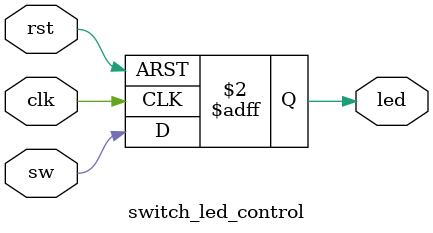
<source format=v>
module switch_led_control(
    input wire clk,       // 50MHz clock input (not required for basic switch control)
    input wire rst,       // Reset button input
    input wire sw,        // Switch input
    output reg led        // LED output
);

    always @(posedge clk or posedge rst) begin
        if (rst) 
            led <= 0;       // Reset LED to OFF state
        else 
            led <= sw;      // LED follows the switch state
    end

endmodule
   
</source>
